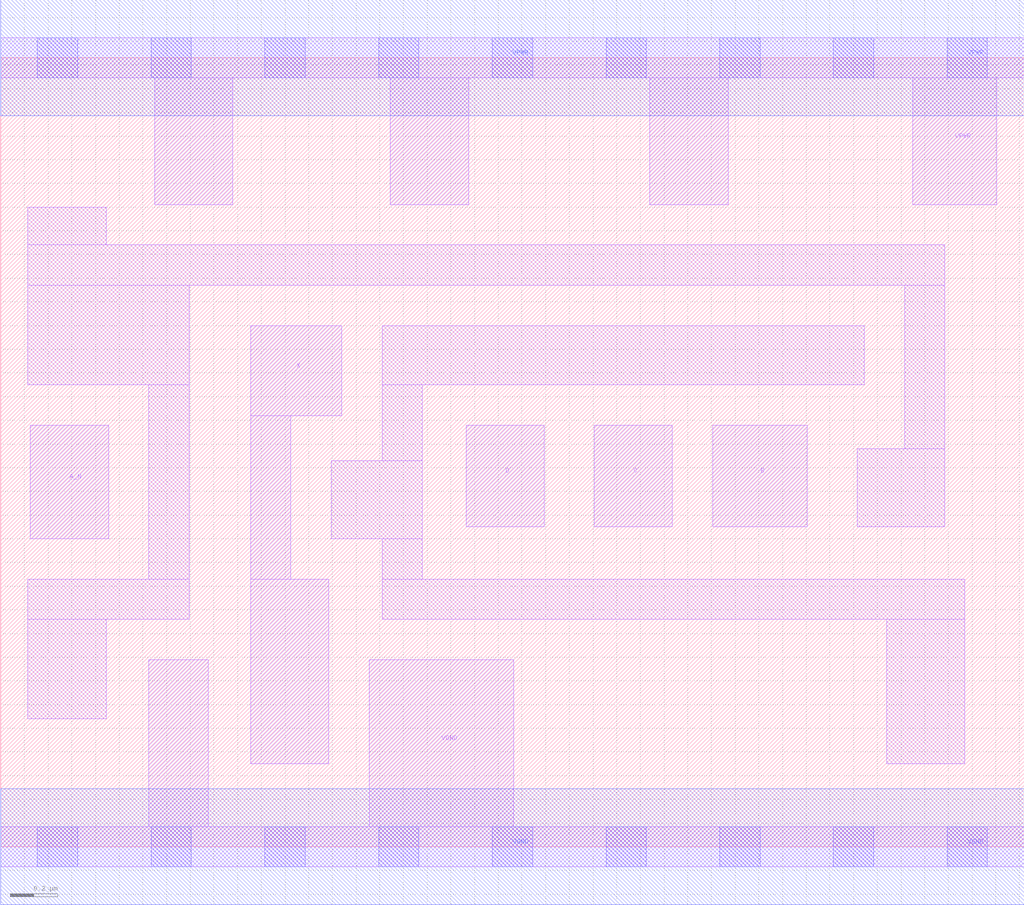
<source format=lef>
# Copyright 2020 The SkyWater PDK Authors
#
# Licensed under the Apache License, Version 2.0 (the "License");
# you may not use this file except in compliance with the License.
# You may obtain a copy of the License at
#
#     https://www.apache.org/licenses/LICENSE-2.0
#
# Unless required by applicable law or agreed to in writing, software
# distributed under the License is distributed on an "AS IS" BASIS,
# WITHOUT WARRANTIES OR CONDITIONS OF ANY KIND, either express or implied.
# See the License for the specific language governing permissions and
# limitations under the License.
#
# SPDX-License-Identifier: Apache-2.0

VERSION 5.7 ;
  NAMESCASESENSITIVE ON ;
  NOWIREEXTENSIONATPIN ON ;
  DIVIDERCHAR "/" ;
  BUSBITCHARS "[]" ;
UNITS
  DATABASE MICRONS 200 ;
END UNITS
MACRO sky130_fd_sc_ms__and4b_2
  CLASS CORE ;
  SOURCE USER ;
  FOREIGN sky130_fd_sc_ms__and4b_2 ;
  ORIGIN  0.000000  0.000000 ;
  SIZE  4.320000 BY  3.330000 ;
  SYMMETRY X Y ;
  SITE unit ;
  PIN A_N
    ANTENNAGATEAREA  0.233700 ;
    DIRECTION INPUT ;
    USE SIGNAL ;
    PORT
      LAYER li1 ;
        RECT 0.125000 1.300000 0.455000 1.780000 ;
    END
  END A_N
  PIN B
    ANTENNAGATEAREA  0.291000 ;
    DIRECTION INPUT ;
    USE SIGNAL ;
    PORT
      LAYER li1 ;
        RECT 3.005000 1.350000 3.405000 1.780000 ;
    END
  END B
  PIN C
    ANTENNAGATEAREA  0.291000 ;
    DIRECTION INPUT ;
    USE SIGNAL ;
    PORT
      LAYER li1 ;
        RECT 2.505000 1.350000 2.835000 1.780000 ;
    END
  END C
  PIN D
    ANTENNAGATEAREA  0.291000 ;
    DIRECTION INPUT ;
    USE SIGNAL ;
    PORT
      LAYER li1 ;
        RECT 1.965000 1.350000 2.295000 1.780000 ;
    END
  END D
  PIN X
    ANTENNADIFFAREA  0.509600 ;
    DIRECTION OUTPUT ;
    USE SIGNAL ;
    PORT
      LAYER li1 ;
        RECT 1.055000 0.350000 1.385000 1.130000 ;
        RECT 1.055000 1.130000 1.225000 1.820000 ;
        RECT 1.055000 1.820000 1.440000 2.200000 ;
    END
  END X
  PIN VGND
    DIRECTION INOUT ;
    USE GROUND ;
    PORT
      LAYER li1 ;
        RECT 0.000000 -0.085000 4.320000 0.085000 ;
        RECT 0.625000  0.085000 0.875000 0.790000 ;
        RECT 1.555000  0.085000 2.165000 0.790000 ;
      LAYER mcon ;
        RECT 0.155000 -0.085000 0.325000 0.085000 ;
        RECT 0.635000 -0.085000 0.805000 0.085000 ;
        RECT 1.115000 -0.085000 1.285000 0.085000 ;
        RECT 1.595000 -0.085000 1.765000 0.085000 ;
        RECT 2.075000 -0.085000 2.245000 0.085000 ;
        RECT 2.555000 -0.085000 2.725000 0.085000 ;
        RECT 3.035000 -0.085000 3.205000 0.085000 ;
        RECT 3.515000 -0.085000 3.685000 0.085000 ;
        RECT 3.995000 -0.085000 4.165000 0.085000 ;
      LAYER met1 ;
        RECT 0.000000 -0.245000 4.320000 0.245000 ;
    END
  END VGND
  PIN VPWR
    DIRECTION INOUT ;
    USE POWER ;
    PORT
      LAYER li1 ;
        RECT 0.000000 3.245000 4.320000 3.415000 ;
        RECT 0.650000 2.710000 0.980000 3.245000 ;
        RECT 1.645000 2.710000 1.975000 3.245000 ;
        RECT 2.740000 2.710000 3.070000 3.245000 ;
        RECT 3.850000 2.710000 4.205000 3.245000 ;
      LAYER mcon ;
        RECT 0.155000 3.245000 0.325000 3.415000 ;
        RECT 0.635000 3.245000 0.805000 3.415000 ;
        RECT 1.115000 3.245000 1.285000 3.415000 ;
        RECT 1.595000 3.245000 1.765000 3.415000 ;
        RECT 2.075000 3.245000 2.245000 3.415000 ;
        RECT 2.555000 3.245000 2.725000 3.415000 ;
        RECT 3.035000 3.245000 3.205000 3.415000 ;
        RECT 3.515000 3.245000 3.685000 3.415000 ;
        RECT 3.995000 3.245000 4.165000 3.415000 ;
      LAYER met1 ;
        RECT 0.000000 3.085000 4.320000 3.575000 ;
    END
  END VPWR
  OBS
    LAYER li1 ;
      RECT 0.115000 0.540000 0.445000 0.960000 ;
      RECT 0.115000 0.960000 0.795000 1.130000 ;
      RECT 0.115000 1.950000 0.795000 2.370000 ;
      RECT 0.115000 2.370000 3.985000 2.540000 ;
      RECT 0.115000 2.540000 0.445000 2.700000 ;
      RECT 0.625000 1.130000 0.795000 1.950000 ;
      RECT 1.395000 1.300000 1.780000 1.630000 ;
      RECT 1.610000 0.960000 4.070000 1.130000 ;
      RECT 1.610000 1.130000 1.780000 1.300000 ;
      RECT 1.610000 1.630000 1.780000 1.950000 ;
      RECT 1.610000 1.950000 3.645000 2.200000 ;
      RECT 3.615000 1.350000 3.985000 1.680000 ;
      RECT 3.740000 0.350000 4.070000 0.960000 ;
      RECT 3.815000 1.680000 3.985000 2.370000 ;
  END
END sky130_fd_sc_ms__and4b_2

</source>
